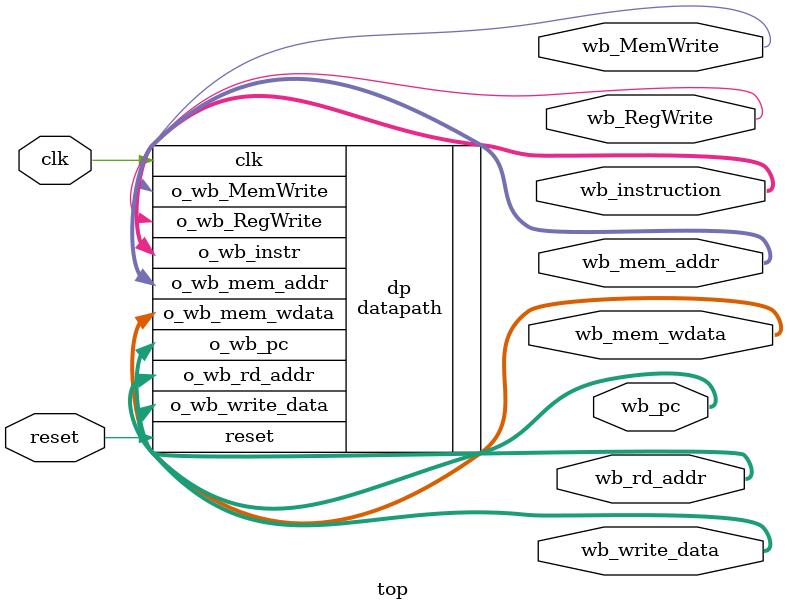
<source format=v>
module top (
    input  wire        clk,
    input  wire        reset,
    // Saídas para o testbench decodificador
    output wire [31:0] wb_pc,
    output wire [31:0] wb_instruction,
    output wire [31:0] wb_write_data,
    output wire [4:0]  wb_rd_addr,
    output wire        wb_RegWrite,
    output wire        wb_MemWrite,
    output wire [31:0] wb_mem_addr,
    output wire [31:0] wb_mem_wdata
);

    datapath dp (
        .clk(clk),
        .reset(reset),
        // Conecta todas as novas saídas do datapath
        .o_wb_pc(wb_pc),
        .o_wb_instr(wb_instruction),
        .o_wb_write_data(wb_write_data),
        .o_wb_rd_addr(wb_rd_addr),
        .o_wb_RegWrite(wb_RegWrite),
        .o_wb_MemWrite(wb_MemWrite),
        .o_wb_mem_addr(wb_mem_addr),
        .o_wb_mem_wdata(wb_mem_wdata)
    );

endmodule
</source>
